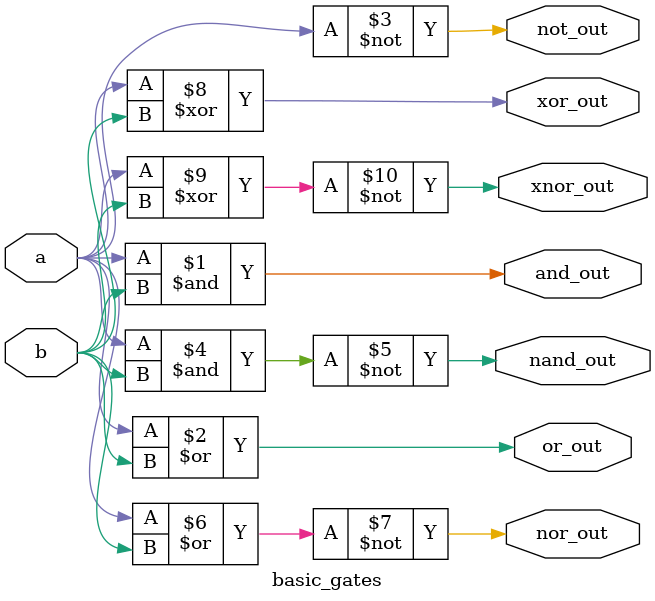
<source format=v>

module basic_gates (
    input wire a,    // First input
    input wire b,    // Second input
    output wire and_out,  // Output of AND gate
    output wire or_out,   // Output of OR gate
    output wire not_out,  // Output of NOT gate (only for input 'a')
    output wire nand_out, // Output of NAND gate
    output wire nor_out,  // Output of NOR gate
    output wire xor_out,  // Output of XOR gate
    output wire xnor_out  // Output of XNOR gate
);

    // AND gate
    assign and_out = a & b;
    
    // OR gate
    assign or_out = a | b;
    
    // NOT gate (only for input 'a')
    assign not_out = ~a;
    
    // NAND gate
    assign nand_out = ~(a & b);
    
    // NOR gate
    assign nor_out = ~(a | b);
    
    // XOR gate
    assign xor_out = a ^ b;
    
    // XNOR gate
    assign xnor_out = ~(a ^ b);
// Dumping the waveform
  initial begin
    $dumpfile("dump.vcd"); 
    $dumpvars(0, basic_gates);
  end

endmodule

</source>
